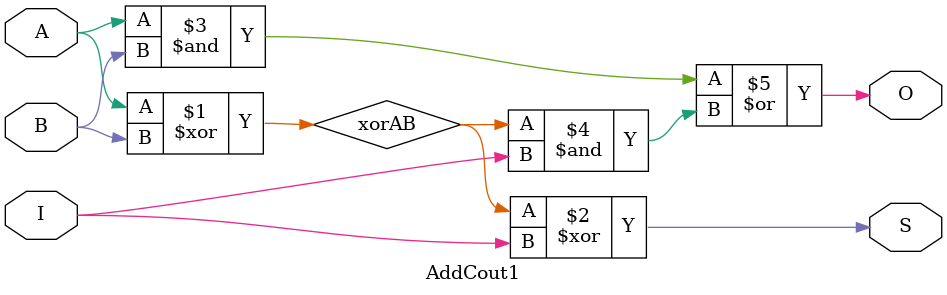
<source format=v>
/*
 * AddCout1.v
 *
 * "1-bit adder with carry out"
 */
module AddCout1 (
	// Adder Operands.
	input         A,
	input         B,
	
	// Carry Connections.
	input         I,
	output        O,
	
	// Computed Result.
	output        S
);

////////////////////////////////////////////////////////////////////////////////
// -- Internal Signals/Wires -- //
////////////////////////////////////////////////////////////////////////////////

// Computed controls (based on operands).
wire        xorAB;

////////////////////////////////////////////////////////////////////////////////
// -- Connections/Comb Logic -- //
////////////////////////////////////////////////////////////////////////////////

//------------------------------------------------------------------------------
// Compute operand based controls.
assign xorAB = A ^ B;

//------------------------------------------------------------------------------
// Drive full adder outputs.
assign S = xorAB ^ I;
assign O = (A & B) | (xorAB & I);

endmodule

</source>
